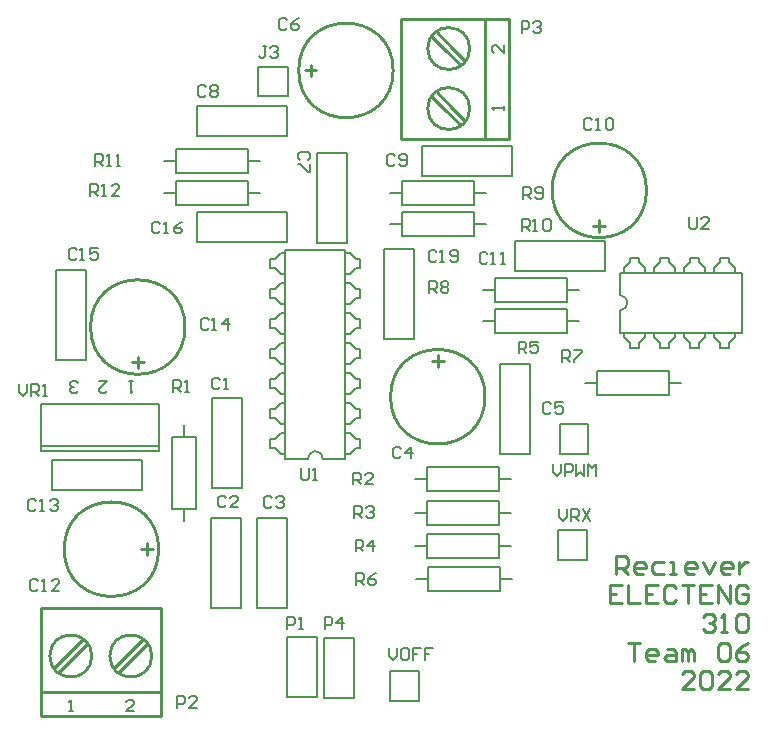
<source format=gto>
G04*
G04 #@! TF.GenerationSoftware,Altium Limited,Altium Designer,22.3.1 (43)*
G04*
G04 Layer_Color=65535*
%FSLAX25Y25*%
%MOIN*%
G70*
G04*
G04 #@! TF.SameCoordinates,A2C1995B-5DD9-4A06-98F6-E9D1FCF5F817*
G04*
G04*
G04 #@! TF.FilePolarity,Positive*
G04*
G01*
G75*
%ADD10C,0.01000*%
%ADD11C,0.00800*%
%ADD12C,0.00787*%
%ADD13C,0.00500*%
%ADD14C,0.00591*%
D10*
X227854Y417520D02*
G03*
X227854Y417520I-15748J0D01*
G01*
X127374Y222342D02*
G03*
X127374Y222342I-7000J0D01*
G01*
X147374D02*
G03*
X147374Y222342I-7000J0D01*
G01*
X253358Y424823D02*
G03*
X253358Y424823I-7000J0D01*
G01*
Y404823D02*
G03*
X253358Y404823I-7000J0D01*
G01*
X258465Y308760D02*
G03*
X258465Y308760I-15748J0D01*
G01*
X149689Y257946D02*
G03*
X149689Y257946I-15748J0D01*
G01*
X312303Y377559D02*
G03*
X312303Y377559I-15748J0D01*
G01*
X158465Y331988D02*
G03*
X158465Y331988I-15748J0D01*
G01*
X198327Y417520D02*
X202264D01*
X200295Y415551D02*
Y419488D01*
X120374Y223843D02*
X124374Y227842D01*
X114874Y218342D02*
X120374Y223843D01*
Y220843D02*
X125874Y226343D01*
X116374Y216843D02*
X120374Y220843D01*
X140374Y223843D02*
X144374Y227842D01*
X134874Y218342D02*
X140374Y223843D01*
Y220843D02*
X145874Y226343D01*
X136374Y216843D02*
X140374Y220843D01*
X110374Y238342D02*
X150374D01*
X110374Y202343D02*
X150374D01*
X110374Y210343D02*
X150374D01*
Y202343D02*
Y238342D01*
X110374Y202343D02*
Y238342D01*
X230358Y394823D02*
X266358D01*
X230358Y434823D02*
X266358D01*
X258358Y394823D02*
Y434823D01*
X266358Y394823D02*
Y434823D01*
X230358Y394823D02*
Y434823D01*
X247858Y424823D02*
X251858Y420823D01*
X242358Y430323D02*
X247858Y424823D01*
X244858D02*
X250358Y419323D01*
X240858Y428823D02*
X244858Y424823D01*
X247858Y404823D02*
X251858Y400823D01*
X242358Y410323D02*
X247858Y404823D01*
X244858D02*
X250358Y399323D01*
X240858Y408823D02*
X244858Y404823D01*
X242717Y318602D02*
Y322539D01*
X240748Y320571D02*
X244685D01*
X143783Y257946D02*
X147721D01*
X145752Y255977D02*
Y259914D01*
X296555Y363779D02*
Y367717D01*
X294587Y365748D02*
X298524D01*
X140748Y320177D02*
X144685D01*
X142717Y318209D02*
Y322146D01*
X302160Y249627D02*
Y255625D01*
X305159D01*
X306159Y254625D01*
Y252626D01*
X305159Y251626D01*
X302160D01*
X304159D02*
X306159Y249627D01*
X311157D02*
X309158D01*
X308158Y250627D01*
Y252626D01*
X309158Y253626D01*
X311157D01*
X312157Y252626D01*
Y251626D01*
X308158D01*
X318155Y253626D02*
X315156D01*
X314156Y252626D01*
Y250627D01*
X315156Y249627D01*
X318155D01*
X320154D02*
X322153D01*
X321154D01*
Y253626D01*
X320154D01*
X328151Y249627D02*
X326152D01*
X325152Y250627D01*
Y252626D01*
X326152Y253626D01*
X328151D01*
X329151Y252626D01*
Y251626D01*
X325152D01*
X331151Y253626D02*
X333150Y249627D01*
X335149Y253626D01*
X340148Y249627D02*
X338148D01*
X337149Y250627D01*
Y252626D01*
X338148Y253626D01*
X340148D01*
X341147Y252626D01*
Y251626D01*
X337149D01*
X343147Y253626D02*
Y249627D01*
Y251626D01*
X344146Y252626D01*
X345146Y253626D01*
X346146D01*
X304159Y246027D02*
X300161D01*
Y240029D01*
X304159D01*
X300161Y243028D02*
X302160D01*
X306159Y246027D02*
Y240029D01*
X310157D01*
X316155Y246027D02*
X312157D01*
Y240029D01*
X316155D01*
X312157Y243028D02*
X314156D01*
X322153Y245028D02*
X321154Y246027D01*
X319154D01*
X318155Y245028D01*
Y241029D01*
X319154Y240029D01*
X321154D01*
X322153Y241029D01*
X324153Y246027D02*
X328151D01*
X326152D01*
Y240029D01*
X334150Y246027D02*
X330151D01*
Y240029D01*
X334150D01*
X330151Y243028D02*
X332150D01*
X336149Y240029D02*
Y246027D01*
X340148Y240029D01*
Y246027D01*
X346146Y245028D02*
X345146Y246027D01*
X343147D01*
X342147Y245028D01*
Y241029D01*
X343147Y240029D01*
X345146D01*
X346146Y241029D01*
Y243028D01*
X344146D01*
X331151Y235430D02*
X332150Y236430D01*
X334150D01*
X335149Y235430D01*
Y234430D01*
X334150Y233431D01*
X333150D01*
X334150D01*
X335149Y232431D01*
Y231431D01*
X334150Y230432D01*
X332150D01*
X331151Y231431D01*
X337149Y230432D02*
X339148D01*
X338148D01*
Y236430D01*
X337149Y235430D01*
X342147D02*
X343147Y236430D01*
X345146D01*
X346146Y235430D01*
Y231431D01*
X345146Y230432D01*
X343147D01*
X342147Y231431D01*
Y235430D01*
X306159Y226832D02*
X310157D01*
X308158D01*
Y220834D01*
X315156D02*
X313156D01*
X312157Y221834D01*
Y223833D01*
X313156Y224833D01*
X315156D01*
X316155Y223833D01*
Y222833D01*
X312157D01*
X319154Y224833D02*
X321154D01*
X322153Y223833D01*
Y220834D01*
X319154D01*
X318155Y221834D01*
X319154Y222833D01*
X322153D01*
X324153Y220834D02*
Y224833D01*
X325152D01*
X326152Y223833D01*
Y220834D01*
Y223833D01*
X327152Y224833D01*
X328151Y223833D01*
Y220834D01*
X336149Y225832D02*
X337149Y226832D01*
X339148D01*
X340148Y225832D01*
Y221834D01*
X339148Y220834D01*
X337149D01*
X336149Y221834D01*
Y225832D01*
X346146Y226832D02*
X344146Y225832D01*
X342147Y223833D01*
Y221834D01*
X343147Y220834D01*
X345146D01*
X346146Y221834D01*
Y222833D01*
X345146Y223833D01*
X342147D01*
X328151Y211236D02*
X324153D01*
X328151Y215235D01*
Y216235D01*
X327152Y217234D01*
X325152D01*
X324153Y216235D01*
X330151D02*
X331151Y217234D01*
X333150D01*
X334150Y216235D01*
Y212236D01*
X333150Y211236D01*
X331151D01*
X330151Y212236D01*
Y216235D01*
X340148Y211236D02*
X336149D01*
X340148Y215235D01*
Y216235D01*
X339148Y217234D01*
X337149D01*
X336149Y216235D01*
X346146Y211236D02*
X342147D01*
X346146Y215235D01*
Y216235D01*
X345146Y217234D01*
X343147D01*
X342147Y216235D01*
D11*
X303405Y337598D02*
G03*
X303405Y342598I0J2500D01*
G01*
X204438Y288118D02*
G03*
X199438Y288118I-2500J0D01*
G01*
X303405Y330098D02*
Y337598D01*
Y342598D02*
Y350098D01*
X191938Y288118D02*
Y357685D01*
X204438Y288118D02*
X211938D01*
X191938D02*
X199438D01*
X211938D02*
Y357685D01*
X191938D02*
X211938D01*
D12*
X292340Y254384D02*
Y264384D01*
X282891Y254384D02*
X292340D01*
X282891Y264384D02*
X292340D01*
X282891Y254384D02*
Y264384D01*
X214835Y208433D02*
Y228433D01*
X204835D02*
X214835D01*
X204835Y208433D02*
Y228433D01*
Y208433D02*
X214835D01*
X192342Y208524D02*
Y228524D01*
Y208524D02*
X202343D01*
Y228524D01*
X192342D02*
X202343D01*
X179323Y383402D02*
Y391402D01*
X155323Y383402D02*
X179323D01*
X155323D02*
Y391402D01*
X179323D01*
Y387402D02*
X183323D01*
X151323D02*
X155323D01*
X268327Y350610D02*
X298327D01*
Y360610D01*
X268327D02*
X298327D01*
X268327Y350610D02*
Y360610D01*
X254716Y376575D02*
X258717D01*
X226716D02*
X230716D01*
Y372575D02*
X254716D01*
Y380575D01*
X230716D02*
X254716D01*
X230716Y372575D02*
Y380575D01*
X115472Y350965D02*
X125472D01*
Y320965D02*
Y350965D01*
X115472Y320965D02*
X125472D01*
X115472D02*
Y350965D01*
X202480Y359961D02*
Y389961D01*
Y359961D02*
X212480D01*
Y389961D01*
X202480D02*
X212480D01*
X114119Y277765D02*
Y287765D01*
X144118D01*
Y277765D02*
Y287765D01*
X114119Y277765D02*
X144118D01*
X119087Y306272D02*
X149795D01*
Y291902D02*
Y306272D01*
X110425D02*
X145858D01*
X110425Y290524D02*
Y306272D01*
Y290524D02*
X149795D01*
Y306272D01*
X110425Y292492D02*
X149598D01*
X236319Y207421D02*
Y217421D01*
X226870Y207421D02*
X236319D01*
X226870Y217421D02*
X236319D01*
X226870Y207421D02*
Y217421D01*
X285819Y344390D02*
X289819D01*
X257819D02*
X261819D01*
Y340390D02*
X285819D01*
Y348390D01*
X261819D02*
X285819D01*
X261819Y340390D02*
Y348390D01*
X285819Y333957D02*
X289819D01*
X257819D02*
X261819D01*
Y329957D02*
X285819D01*
Y337957D01*
X261819D02*
X285819D01*
X261819Y329957D02*
Y337957D01*
X344114Y330098D02*
Y350020D01*
X303405Y350098D02*
X344035D01*
X303405Y330098D02*
X344114D01*
X283366Y289508D02*
Y299508D01*
X292815D01*
X283366Y289508D02*
X292815D01*
Y299508D01*
X237323Y382402D02*
Y392402D01*
X267323D01*
Y382402D02*
Y392402D01*
X237323Y382402D02*
X267323D01*
X254723Y362292D02*
Y370292D01*
X230723Y362292D02*
X254723D01*
X230723D02*
Y370292D01*
X254723D01*
Y366292D02*
X258723D01*
X226723D02*
X230723D01*
X224921Y357854D02*
X234921D01*
Y327854D02*
Y357854D01*
X224921Y327854D02*
X234921D01*
X224921D02*
Y357854D01*
X273406Y289665D02*
Y319665D01*
X263405D02*
X273406D01*
X263405Y289665D02*
Y319665D01*
Y289665D02*
X273406D01*
X263083Y277201D02*
Y285201D01*
X239083Y277201D02*
X263083D01*
X239083D02*
Y285201D01*
X263083D01*
Y281201D02*
X267083D01*
X235083D02*
X239083D01*
X263181Y258858D02*
X267181D01*
X235181D02*
X239181D01*
Y254858D02*
X263181D01*
Y262858D01*
X239181D02*
X263181D01*
X239181Y254858D02*
Y262858D01*
X234984Y269882D02*
X238984D01*
X262984D02*
X266984D01*
X238984Y273882D02*
X262984D01*
X238984Y265882D02*
Y273882D01*
Y265882D02*
X262984D01*
Y273882D01*
X239378Y244032D02*
Y252031D01*
X263378D01*
Y244032D02*
Y252031D01*
X239378Y244032D02*
X263378D01*
X235378Y248031D02*
X239378D01*
X263378D02*
X267378D01*
X155405Y372614D02*
Y380614D01*
X179405D01*
Y372614D02*
Y380614D01*
X155405Y372614D02*
X179405D01*
X151405Y376614D02*
X155405D01*
X179405D02*
X183405D01*
X162598Y395787D02*
Y405787D01*
X192598D01*
Y395787D02*
Y405787D01*
X162598Y395787D02*
X192598D01*
X162398Y360198D02*
Y370198D01*
X192398D01*
Y360198D02*
Y370198D01*
X162398Y360198D02*
X192398D01*
X158268Y267268D02*
Y271268D01*
Y295268D02*
Y299268D01*
X154268Y271268D02*
Y295268D01*
Y271268D02*
X162268D01*
Y295268D01*
X154268D02*
X162268D01*
X167244Y238484D02*
Y268484D01*
Y238484D02*
X177244D01*
Y268484D01*
X167244D02*
X177244D01*
X182500Y238405D02*
X192500D01*
X182500D02*
Y268406D01*
X192500D01*
Y238405D02*
Y268406D01*
X167441Y278248D02*
X177441D01*
X167441D02*
Y308248D01*
X177441D01*
Y278248D02*
Y308248D01*
X182776Y418602D02*
X192776D01*
Y409154D02*
Y418602D01*
X182776Y409154D02*
Y418602D01*
Y409154D02*
X192776D01*
X291874Y313484D02*
X295874D01*
X319874D02*
X323874D01*
X295874Y317484D02*
X319874D01*
X295874Y309484D02*
Y317484D01*
Y309484D02*
X319874D01*
Y317484D01*
D13*
X309906Y325098D02*
Y326598D01*
X311906Y328598D02*
Y330098D01*
X306906Y325098D02*
Y326598D01*
X304906Y328598D02*
Y330098D01*
X319905Y325098D02*
Y326598D01*
X321905Y328598D02*
Y330098D01*
X316905Y325098D02*
Y326598D01*
X314906Y328598D02*
Y330098D01*
X329906Y325098D02*
Y326598D01*
X331906Y328598D02*
Y330098D01*
X326905Y325098D02*
Y326598D01*
X324905Y328598D02*
Y330098D01*
X339906Y325098D02*
Y326598D01*
X341905Y328598D02*
Y330098D01*
X336906Y325098D02*
Y326598D01*
X334906Y328598D02*
Y330098D01*
X309906Y353598D02*
Y355098D01*
X311906Y350098D02*
Y351598D01*
X306906Y353598D02*
Y355098D01*
X304906Y350098D02*
Y351598D01*
X319905Y353598D02*
Y355098D01*
X321905Y350098D02*
Y351598D01*
X316905Y353598D02*
Y355098D01*
X314906Y350098D02*
Y351598D01*
X329906Y353598D02*
Y355098D01*
X331906Y350098D02*
Y351598D01*
X326905Y353598D02*
Y355098D01*
X324905Y350098D02*
Y351598D01*
X339906Y353598D02*
Y355098D01*
X341905Y350098D02*
Y351598D01*
X336906Y353598D02*
Y355098D01*
X334906Y350098D02*
Y351598D01*
X306906Y325098D02*
X309906D01*
X316905D02*
X319905D01*
X326905D02*
X329906D01*
X336906D02*
X339906D01*
X306906Y355098D02*
X309906D01*
X316905D02*
X319905D01*
X326905D02*
X329906D01*
X336906D02*
X339906D01*
X304906Y328598D02*
X306906Y326598D01*
X314906Y328598D02*
X316905Y326598D01*
X324905Y328598D02*
X326905Y326598D01*
X334906Y328598D02*
X336906Y326598D01*
X309906Y353598D02*
X311906Y351598D01*
X319905Y353598D02*
X321905Y351598D01*
X329906Y353598D02*
X331906Y351598D01*
X339906Y353598D02*
X341905Y351598D01*
X309906Y326598D02*
X311906Y328598D01*
X319905Y326598D02*
X321905Y328598D01*
X329906Y326598D02*
X331906Y328598D01*
X339906Y326598D02*
X341905Y328598D01*
X304906Y351598D02*
X306906Y353598D01*
X314906Y351598D02*
X316905Y353598D01*
X324905Y351598D02*
X326905Y353598D01*
X334906Y351598D02*
X336906Y353598D01*
X215438Y294618D02*
X216938D01*
X211938Y296618D02*
X213438D01*
X215438Y291618D02*
X216938D01*
X211938Y289618D02*
X213438D01*
X215438Y304618D02*
X216938D01*
X211938Y306618D02*
X213438D01*
X215438Y301618D02*
X216938D01*
X211938Y299618D02*
X213438D01*
X215438Y314618D02*
X216938D01*
X211938Y316618D02*
X213438D01*
X215438Y311618D02*
X216938D01*
X211938Y309618D02*
X213438D01*
X215438Y324618D02*
X216938D01*
X211938Y326618D02*
X213438D01*
X215438Y321618D02*
X216938D01*
X211938Y319618D02*
X213438D01*
X215438Y334618D02*
X216938D01*
X211938Y336618D02*
X213438D01*
X215438Y331618D02*
X216938D01*
X211938Y329618D02*
X213438D01*
X215438Y344618D02*
X216938D01*
X211938Y346618D02*
X213438D01*
X215438Y341618D02*
X216938D01*
X211938Y339618D02*
X213438D01*
X215438Y354618D02*
X216938D01*
X211938Y356618D02*
X213438D01*
X215438Y351618D02*
X216938D01*
X211938Y349618D02*
X213438D01*
X186938Y294618D02*
X188438D01*
X190438Y296618D02*
X191938D01*
X186938Y291618D02*
X188438D01*
X190438Y289618D02*
X191938D01*
X186938Y304618D02*
X188438D01*
X190438Y306618D02*
X191938D01*
X186938Y301618D02*
X188438D01*
X190438Y299618D02*
X191938D01*
X186938Y314618D02*
X188438D01*
X190438Y316618D02*
X191938D01*
X186938Y311618D02*
X188438D01*
X190438Y309618D02*
X191938D01*
X186938Y324618D02*
X188438D01*
X190438Y326618D02*
X191938D01*
X186938Y321618D02*
X188438D01*
X190438Y319618D02*
X191938D01*
X186938Y334618D02*
X188438D01*
X190438Y336618D02*
X191938D01*
X186938Y331618D02*
X188438D01*
X190438Y329618D02*
X191938D01*
X186938Y344618D02*
X188438D01*
X190438Y346618D02*
X191938D01*
X186938Y341618D02*
X188438D01*
X190438Y339618D02*
X191938D01*
X186938Y354618D02*
X188438D01*
X190438Y356618D02*
X191938D01*
X186938Y351618D02*
X188438D01*
X190438Y349618D02*
X191938D01*
X216938Y291618D02*
Y294618D01*
Y301618D02*
Y304618D01*
Y311618D02*
Y314618D01*
Y321618D02*
Y324618D01*
Y331618D02*
Y334618D01*
Y341618D02*
Y344618D01*
Y351618D02*
Y354618D01*
X186938Y291618D02*
Y294618D01*
Y301618D02*
Y304618D01*
Y311618D02*
Y314618D01*
Y321618D02*
Y324618D01*
Y331618D02*
Y334618D01*
Y341618D02*
Y344618D01*
Y351618D02*
Y354618D01*
X213438Y289618D02*
X215438Y291618D01*
X213438Y299618D02*
X215438Y301618D01*
X213438Y309618D02*
X215438Y311618D01*
X213438Y319618D02*
X215438Y321618D01*
X213438Y329618D02*
X215438Y331618D01*
X213438Y339618D02*
X215438Y341618D01*
X213438Y349618D02*
X215438Y351618D01*
X188438Y294618D02*
X190438Y296618D01*
X188438Y304618D02*
X190438Y306618D01*
X188438Y314618D02*
X190438Y316618D01*
X188438Y324618D02*
X190438Y326618D01*
X188438Y334618D02*
X190438Y336618D01*
X188438Y344618D02*
X190438Y346618D01*
X188438Y354618D02*
X190438Y356618D01*
X213438Y296618D02*
X215438Y294618D01*
X213438Y306618D02*
X215438Y304618D01*
X213438Y316618D02*
X215438Y314618D01*
X213438Y326618D02*
X215438Y324618D01*
X213438Y336618D02*
X215438Y334618D01*
X213438Y346618D02*
X215438Y344618D01*
X213438Y356618D02*
X215438Y354618D01*
X188438Y291618D02*
X190438Y289618D01*
X188438Y301618D02*
X190438Y299618D01*
X188438Y311618D02*
X190438Y309618D01*
X188438Y321618D02*
X190438Y319618D01*
X188438Y331618D02*
X190438Y329618D01*
X188438Y341618D02*
X190438Y339618D01*
X188438Y351618D02*
X190438Y349618D01*
D14*
X141498Y203842D02*
X138874D01*
X141498Y206466D01*
Y207122D01*
X140842Y207778D01*
X139530D01*
X138874Y207122D01*
X119874Y203842D02*
X121186D01*
X120530D01*
Y207778D01*
X119874Y207122D01*
X264858Y404323D02*
Y405635D01*
Y404979D01*
X260923D01*
X261578Y404323D01*
X264858Y425947D02*
Y423323D01*
X262234Y425947D01*
X261578D01*
X260923Y425291D01*
Y423979D01*
X261578Y423323D01*
X141134Y313949D02*
X139822D01*
X140478D01*
Y310013D01*
X141134Y310669D01*
X129849Y313949D02*
X132472D01*
X129849Y311325D01*
Y310669D01*
X130505Y310013D01*
X131816D01*
X132472Y310669D01*
X122630D02*
X121974Y310013D01*
X120662D01*
X120006Y310669D01*
Y311325D01*
X120662Y311981D01*
X121318D01*
X120662D01*
X120006Y312637D01*
Y313293D01*
X120662Y313949D01*
X121974D01*
X122630Y313293D01*
X283100Y271336D02*
Y268712D01*
X284412Y267400D01*
X285724Y268712D01*
Y271336D01*
X287036Y267400D02*
Y271336D01*
X289004D01*
X289660Y270680D01*
Y269368D01*
X289004Y268712D01*
X287036D01*
X288348D02*
X289660Y267400D01*
X290971Y271336D02*
X293595Y267400D01*
Y271336D02*
X290971Y267400D01*
X205000Y231400D02*
Y235336D01*
X206968D01*
X207624Y234680D01*
Y233368D01*
X206968Y232712D01*
X205000D01*
X210904Y231400D02*
Y235336D01*
X208936Y233368D01*
X211560D01*
X199442Y387585D02*
X200098Y388241D01*
Y389553D01*
X199442Y390209D01*
X196818D01*
X196162Y389553D01*
Y388241D01*
X196818Y387585D01*
X200098Y386273D02*
Y383649D01*
X199442D01*
X196818Y386273D01*
X196162D01*
X192553Y434383D02*
X191897Y435039D01*
X190585D01*
X189929Y434383D01*
Y431759D01*
X190585Y431103D01*
X191897D01*
X192553Y431759D01*
X196488Y435039D02*
X195176Y434383D01*
X193865Y433071D01*
Y431759D01*
X194521Y431103D01*
X195833D01*
X196488Y431759D01*
Y432415D01*
X195833Y433071D01*
X193865D01*
X170224Y314480D02*
X169568Y315136D01*
X168256D01*
X167600Y314480D01*
Y311856D01*
X168256Y311200D01*
X169568D01*
X170224Y311856D01*
X171536Y311200D02*
X172848D01*
X172192D01*
Y315136D01*
X171536Y314480D01*
X214830Y268406D02*
Y272342D01*
X216798D01*
X217454Y271686D01*
Y270374D01*
X216798Y269718D01*
X214830D01*
X216142D02*
X217454Y268406D01*
X218766Y271686D02*
X219422Y272342D01*
X220734D01*
X221390Y271686D01*
Y271030D01*
X220734Y270374D01*
X220078D01*
X220734D01*
X221390Y269718D01*
Y269062D01*
X220734Y268406D01*
X219422D01*
X218766Y269062D01*
X280545Y306430D02*
X279889Y307086D01*
X278577D01*
X277921Y306430D01*
Y303806D01*
X278577Y303150D01*
X279889D01*
X280545Y303806D01*
X284481Y307086D02*
X281857D01*
Y305118D01*
X283169Y305774D01*
X283825D01*
X284481Y305118D01*
Y303806D01*
X283825Y303150D01*
X282513D01*
X281857Y303806D01*
X197278Y284940D02*
Y281661D01*
X197934Y281005D01*
X199246D01*
X199902Y281661D01*
Y284940D01*
X201214Y281005D02*
X202525D01*
X201870D01*
Y284940D01*
X201214Y284284D01*
X103184Y312991D02*
Y310368D01*
X104496Y309056D01*
X105808Y310368D01*
Y312991D01*
X107120Y309056D02*
Y312991D01*
X109088D01*
X109743Y312335D01*
Y311024D01*
X109088Y310368D01*
X107120D01*
X108431D02*
X109743Y309056D01*
X111055D02*
X112367D01*
X111711D01*
Y312991D01*
X111055Y312335D01*
X326543Y368700D02*
Y365420D01*
X327199Y364764D01*
X328511D01*
X329167Y365420D01*
Y368700D01*
X333103Y364764D02*
X330479D01*
X333103Y367388D01*
Y368044D01*
X332447Y368700D01*
X331135D01*
X330479Y368044D01*
X126773Y375591D02*
Y379527D01*
X128741D01*
X129397Y378871D01*
Y377559D01*
X128741Y376903D01*
X126773D01*
X128085D02*
X129397Y375591D01*
X130709D02*
X132021D01*
X131365D01*
Y379527D01*
X130709Y378871D01*
X136613Y375591D02*
X133989D01*
X136613Y378215D01*
Y378871D01*
X135957Y379527D01*
X134645D01*
X133989Y378871D01*
X128413Y385827D02*
Y389763D01*
X130381D01*
X131037Y389107D01*
Y387795D01*
X130381Y387139D01*
X128413D01*
X129725D02*
X131037Y385827D01*
X132349D02*
X133661D01*
X133005D01*
Y389763D01*
X132349Y389107D01*
X135629Y385827D02*
X136941D01*
X136285D01*
Y389763D01*
X135629Y389107D01*
X270677Y363931D02*
Y367867D01*
X272645D01*
X273301Y367211D01*
Y365899D01*
X272645Y365243D01*
X270677D01*
X271989D02*
X273301Y363931D01*
X274613D02*
X275925D01*
X275269D01*
Y367867D01*
X274613Y367211D01*
X277893D02*
X278549Y367867D01*
X279861D01*
X280517Y367211D01*
Y364587D01*
X279861Y363931D01*
X278549D01*
X277893Y364587D01*
Y367211D01*
X271130Y374804D02*
Y378740D01*
X273097D01*
X273753Y378084D01*
Y376772D01*
X273097Y376116D01*
X271130D01*
X272442D02*
X273753Y374804D01*
X275065Y375460D02*
X275721Y374804D01*
X277033D01*
X277689Y375460D01*
Y378084D01*
X277033Y378740D01*
X275721D01*
X275065Y378084D01*
Y377428D01*
X275721Y376772D01*
X277689D01*
X239732Y343406D02*
Y347342D01*
X241700D01*
X242356Y346686D01*
Y345374D01*
X241700Y344718D01*
X239732D01*
X241044D02*
X242356Y343406D01*
X243668Y346686D02*
X244324Y347342D01*
X245636D01*
X246292Y346686D01*
Y346030D01*
X245636Y345374D01*
X246292Y344718D01*
Y344062D01*
X245636Y343406D01*
X244324D01*
X243668Y344062D01*
Y344718D01*
X244324Y345374D01*
X243668Y346030D01*
Y346686D01*
X244324Y345374D02*
X245636D01*
X284100Y320500D02*
Y324436D01*
X286068D01*
X286724Y323780D01*
Y322468D01*
X286068Y321812D01*
X284100D01*
X285412D02*
X286724Y320500D01*
X288036Y324436D02*
X290660D01*
Y323780D01*
X288036Y321156D01*
Y320500D01*
X215519Y246162D02*
Y250098D01*
X217487D01*
X218143Y249442D01*
Y248130D01*
X217487Y247474D01*
X215519D01*
X216831D02*
X218143Y246162D01*
X222079Y250098D02*
X220767Y249442D01*
X219455Y248130D01*
Y246818D01*
X220111Y246162D01*
X221423D01*
X222079Y246818D01*
Y247474D01*
X221423Y248130D01*
X219455D01*
X269653Y323229D02*
Y327165D01*
X271621D01*
X272277Y326509D01*
Y325197D01*
X271621Y324541D01*
X269653D01*
X270965D02*
X272277Y323229D01*
X276213Y327165D02*
X273589D01*
Y325197D01*
X274901Y325853D01*
X275557D01*
X276213Y325197D01*
Y323885D01*
X275557Y323229D01*
X274245D01*
X273589Y323885D01*
X215323Y257186D02*
Y261121D01*
X217290D01*
X217946Y260465D01*
Y259154D01*
X217290Y258498D01*
X215323D01*
X216634D02*
X217946Y257186D01*
X221226D02*
Y261121D01*
X219258Y259154D01*
X221882D01*
X214437Y279528D02*
Y283464D01*
X216405D01*
X217061Y282808D01*
Y281496D01*
X216405Y280840D01*
X214437D01*
X215749D02*
X217061Y279528D01*
X220996D02*
X218373D01*
X220996Y282152D01*
Y282808D01*
X220340Y283464D01*
X219028D01*
X218373Y282808D01*
X154500Y310300D02*
Y314236D01*
X156468D01*
X157124Y313580D01*
Y312268D01*
X156468Y311612D01*
X154500D01*
X155812D02*
X157124Y310300D01*
X158436D02*
X159748D01*
X159092D01*
Y314236D01*
X158436Y313580D01*
X270637Y429922D02*
Y433858D01*
X272605D01*
X273261Y433202D01*
Y431890D01*
X272605Y431234D01*
X270637D01*
X274573Y433202D02*
X275229Y433858D01*
X276541D01*
X277197Y433202D01*
Y432546D01*
X276541Y431890D01*
X275885D01*
X276541D01*
X277197Y431234D01*
Y430578D01*
X276541Y429922D01*
X275229D01*
X274573Y430578D01*
X155874Y204922D02*
Y208858D01*
X157842D01*
X158498Y208202D01*
Y206890D01*
X157842Y206234D01*
X155874D01*
X162433Y204922D02*
X159810D01*
X162433Y207546D01*
Y208202D01*
X161777Y208858D01*
X160466D01*
X159810Y208202D01*
X192500Y231500D02*
Y235436D01*
X194468D01*
X195124Y234780D01*
Y233468D01*
X194468Y232812D01*
X192500D01*
X196436Y231500D02*
X197748D01*
X197092D01*
Y235436D01*
X196436Y234780D01*
X185624Y425536D02*
X184312D01*
X184968D01*
Y422256D01*
X184312Y421600D01*
X183656D01*
X183000Y422256D01*
X186936Y424880D02*
X187592Y425536D01*
X188904D01*
X189560Y424880D01*
Y424224D01*
X188904Y423568D01*
X188248D01*
X188904D01*
X189560Y422912D01*
Y422256D01*
X188904Y421600D01*
X187592D01*
X186936Y422256D01*
X281072Y286417D02*
Y283793D01*
X282384Y282481D01*
X283696Y283793D01*
Y286417D01*
X285008Y282481D02*
Y286417D01*
X286976D01*
X287631Y285761D01*
Y284449D01*
X286976Y283793D01*
X285008D01*
X288943Y286417D02*
Y282481D01*
X290255Y283793D01*
X291567Y282481D01*
Y286417D01*
X292879Y282481D02*
Y286417D01*
X294191Y285105D01*
X295503Y286417D01*
Y282481D01*
X226544Y225098D02*
Y222474D01*
X227856Y221162D01*
X229168Y222474D01*
Y225098D01*
X232448D02*
X231136D01*
X230480Y224442D01*
Y221818D01*
X231136Y221162D01*
X232448D01*
X233104Y221818D01*
Y224442D01*
X232448Y225098D01*
X237040D02*
X234416D01*
Y223130D01*
X235728D01*
X234416D01*
Y221162D01*
X240975Y225098D02*
X238351D01*
Y223130D01*
X239664D01*
X238351D01*
Y221162D01*
X242291Y356903D02*
X241635Y357558D01*
X240323D01*
X239667Y356903D01*
Y354279D01*
X240323Y353623D01*
X241635D01*
X242291Y354279D01*
X243603Y353623D02*
X244915D01*
X244259D01*
Y357558D01*
X243603Y356903D01*
X246883Y354279D02*
X247538Y353623D01*
X248850D01*
X249506Y354279D01*
Y356903D01*
X248850Y357558D01*
X247538D01*
X246883Y356903D01*
Y356246D01*
X247538Y355591D01*
X249506D01*
X150165Y366469D02*
X149509Y367125D01*
X148197D01*
X147541Y366469D01*
Y363846D01*
X148197Y363190D01*
X149509D01*
X150165Y363846D01*
X151477Y363190D02*
X152789D01*
X152133D01*
Y367125D01*
X151477Y366469D01*
X157380Y367125D02*
X156068Y366469D01*
X154756Y365158D01*
Y363846D01*
X155412Y363190D01*
X156724D01*
X157380Y363846D01*
Y364502D01*
X156724Y365158D01*
X154756D01*
X122310Y357710D02*
X121654Y358366D01*
X120343D01*
X119687Y357710D01*
Y355086D01*
X120343Y354430D01*
X121654D01*
X122310Y355086D01*
X123622Y354430D02*
X124934D01*
X124278D01*
Y358366D01*
X123622Y357710D01*
X129526Y358366D02*
X126902D01*
Y356398D01*
X128214Y357054D01*
X128870D01*
X129526Y356398D01*
Y355086D01*
X128870Y354430D01*
X127558D01*
X126902Y355086D01*
X166306Y334186D02*
X165651Y334842D01*
X164339D01*
X163683Y334186D01*
Y331562D01*
X164339Y330906D01*
X165651D01*
X166306Y331562D01*
X167618Y330906D02*
X168930D01*
X168274D01*
Y334842D01*
X167618Y334186D01*
X172866Y330906D02*
Y334842D01*
X170898Y332874D01*
X173522D01*
X108752Y273939D02*
X108096Y274595D01*
X106784D01*
X106128Y273939D01*
Y271315D01*
X106784Y270659D01*
X108096D01*
X108752Y271315D01*
X110064Y270659D02*
X111376D01*
X110720D01*
Y274595D01*
X110064Y273939D01*
X113344D02*
X113999Y274595D01*
X115311D01*
X115967Y273939D01*
Y273283D01*
X115311Y272627D01*
X114655D01*
X115311D01*
X115967Y271971D01*
Y271315D01*
X115311Y270659D01*
X113999D01*
X113344Y271315D01*
X109401Y247348D02*
X108745Y248004D01*
X107433D01*
X106777Y247348D01*
Y244724D01*
X107433Y244068D01*
X108745D01*
X109401Y244724D01*
X110713Y244068D02*
X112025D01*
X111369D01*
Y248004D01*
X110713Y247348D01*
X116616Y244068D02*
X113993D01*
X116616Y246692D01*
Y247348D01*
X115961Y248004D01*
X114649D01*
X113993Y247348D01*
X259285Y356332D02*
X258629Y356988D01*
X257317D01*
X256662Y356332D01*
Y353708D01*
X257317Y353052D01*
X258629D01*
X259285Y353708D01*
X260597Y353052D02*
X261909D01*
X261253D01*
Y356988D01*
X260597Y356332D01*
X263877Y353052D02*
X265189D01*
X264533D01*
Y356988D01*
X263877Y356332D01*
X294062Y400918D02*
X293407Y401574D01*
X292095D01*
X291439Y400918D01*
Y398294D01*
X292095Y397638D01*
X293407D01*
X294062Y398294D01*
X295374Y397638D02*
X296686D01*
X296030D01*
Y401574D01*
X295374Y400918D01*
X298654D02*
X299310Y401574D01*
X300622D01*
X301278Y400918D01*
Y398294D01*
X300622Y397638D01*
X299310D01*
X298654Y398294D01*
Y400918D01*
X228380Y389107D02*
X227724Y389763D01*
X226412D01*
X225756Y389107D01*
Y386483D01*
X226412Y385827D01*
X227724D01*
X228380Y386483D01*
X229691D02*
X230347Y385827D01*
X231659D01*
X232315Y386483D01*
Y389107D01*
X231659Y389763D01*
X230347D01*
X229691Y389107D01*
Y388451D01*
X230347Y387795D01*
X232315D01*
X165424Y412080D02*
X164768Y412736D01*
X163456D01*
X162800Y412080D01*
Y409456D01*
X163456Y408800D01*
X164768D01*
X165424Y409456D01*
X166736Y412080D02*
X167392Y412736D01*
X168704D01*
X169360Y412080D01*
Y411424D01*
X168704Y410768D01*
X169360Y410112D01*
Y409456D01*
X168704Y408800D01*
X167392D01*
X166736Y409456D01*
Y410112D01*
X167392Y410768D01*
X166736Y411424D01*
Y412080D01*
X167392Y410768D02*
X168704D01*
X230446Y291469D02*
X229790Y292125D01*
X228479D01*
X227823Y291469D01*
Y288846D01*
X228479Y288190D01*
X229790D01*
X230446Y288846D01*
X233726Y288190D02*
Y292125D01*
X231758Y290158D01*
X234382D01*
X187407Y275059D02*
X186751Y275715D01*
X185439D01*
X184783Y275059D01*
Y272435D01*
X185439Y271779D01*
X186751D01*
X187407Y272435D01*
X188719Y275059D02*
X189375Y275715D01*
X190687D01*
X191343Y275059D01*
Y274403D01*
X190687Y273747D01*
X190031D01*
X190687D01*
X191343Y273091D01*
Y272435D01*
X190687Y271779D01*
X189375D01*
X188719Y272435D01*
X172153Y275136D02*
X171497Y275792D01*
X170185D01*
X169529Y275136D01*
Y272512D01*
X170185Y271856D01*
X171497D01*
X172153Y272512D01*
X176088Y271856D02*
X173465D01*
X176088Y274480D01*
Y275136D01*
X175432Y275792D01*
X174120D01*
X173465Y275136D01*
M02*

</source>
